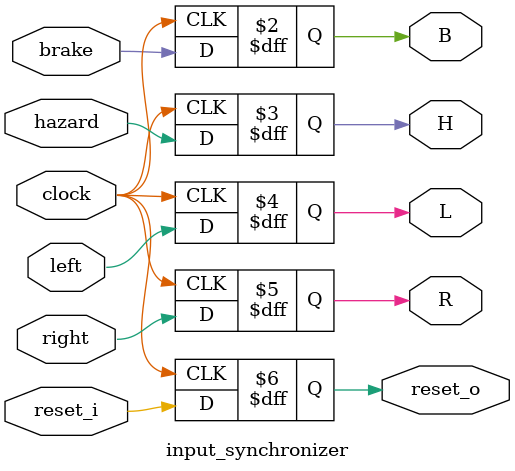
<source format=v>
module input_synchronizer(

    input   clock,
    input   reset_i,
    input   brake,
    input   left,
    input   right,
    input   hazard,
    output  reset_o,
    output  B,
    output  L,
    output  R,
    output  H
);

reg reset_o;
reg B;
reg L;
reg R;
reg H;

always @(posedge clock) begin
    reset_o = reset_i;
    B <= brake;
    L <= left;
    R <= right;
    H <= hazard;
end

endmodule
</source>
